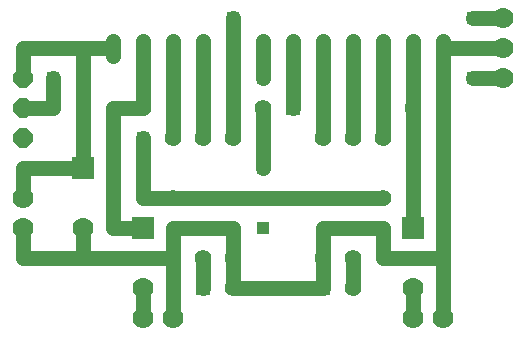
<source format=gbl>
G75*
%MOIN*%
%OFA0B0*%
%FSLAX25Y25*%
%IPPOS*%
%LPD*%
%AMOC8*
5,1,8,0,0,1.08239X$1,22.5*
%
%ADD10C,0.05543*%
%ADD11R,0.04756X0.04756*%
%ADD12R,0.07500X0.07500*%
%ADD13C,0.07000*%
%ADD14C,0.05150*%
%ADD15OC8,0.06496*%
%ADD16C,0.05000*%
%ADD17R,0.03962X0.03962*%
D10*
X0085760Y0059589D03*
X0095760Y0059589D03*
X0095760Y0049589D03*
X0125760Y0059589D03*
X0135760Y0059589D03*
X0135760Y0049589D03*
X0145760Y0079589D03*
X0145760Y0099589D03*
X0135760Y0099589D03*
X0125760Y0099589D03*
X0105760Y0109589D03*
X0095760Y0099589D03*
X0085760Y0099589D03*
X0075760Y0099589D03*
X0065760Y0109589D03*
X0075760Y0079589D03*
X0155760Y0109589D03*
D11*
X0145760Y0109589D03*
X0115760Y0109589D03*
X0075760Y0109589D03*
X0085760Y0049589D03*
X0125760Y0049589D03*
D12*
X0155760Y0069589D03*
X0065760Y0069589D03*
X0045760Y0089589D03*
D13*
X0065760Y0039589D03*
X0075760Y0039589D03*
X0065760Y0049589D03*
X0045760Y0069589D03*
X0025760Y0069589D03*
X0025760Y0079589D03*
X0155760Y0049589D03*
X0155760Y0039589D03*
X0165760Y0039589D03*
X0185760Y0119589D03*
X0185760Y0129589D03*
X0185760Y0139589D03*
D14*
X0165760Y0132163D02*
X0165760Y0127014D01*
X0155760Y0127014D02*
X0155760Y0132163D01*
X0145760Y0132163D02*
X0145760Y0127014D01*
X0135760Y0127014D02*
X0135760Y0132163D01*
X0125760Y0132163D02*
X0125760Y0127014D01*
X0115760Y0127014D02*
X0115760Y0132163D01*
X0105760Y0132163D02*
X0105760Y0127014D01*
X0095760Y0127014D02*
X0095760Y0132163D01*
X0085760Y0132163D02*
X0085760Y0127014D01*
X0075760Y0127014D02*
X0075760Y0132163D01*
X0065760Y0132163D02*
X0065760Y0127014D01*
X0055760Y0127014D02*
X0055760Y0132163D01*
D15*
X0025760Y0119589D03*
X0025760Y0109589D03*
X0025760Y0099589D03*
D16*
X0025760Y0109589D02*
X0035760Y0109589D01*
X0035760Y0119589D01*
X0025760Y0119589D02*
X0025760Y0129589D01*
X0045760Y0129589D01*
X0045760Y0099589D01*
X0045760Y0089589D01*
X0025760Y0089589D01*
X0025760Y0079589D01*
X0025760Y0069589D02*
X0025760Y0059589D01*
X0045760Y0059589D01*
X0075760Y0059589D01*
X0075760Y0039589D01*
X0065760Y0039589D02*
X0065760Y0049589D01*
X0075760Y0059589D02*
X0075760Y0069589D01*
X0095760Y0069589D01*
X0095760Y0059589D01*
X0095760Y0049589D01*
X0125760Y0049589D01*
X0125760Y0059589D01*
X0125760Y0069589D01*
X0145760Y0069589D01*
X0145760Y0059589D01*
X0165760Y0059589D01*
X0165760Y0039589D01*
X0155760Y0039589D02*
X0155760Y0049589D01*
X0165760Y0059589D02*
X0165760Y0129589D01*
X0185760Y0129589D01*
X0185760Y0139589D02*
X0175760Y0139589D01*
X0155760Y0129589D02*
X0155760Y0109589D01*
X0155760Y0069589D01*
X0145760Y0079589D02*
X0075760Y0079589D01*
X0065760Y0079589D01*
X0065760Y0099589D01*
X0075760Y0099589D02*
X0075760Y0129589D01*
X0085760Y0129589D02*
X0085760Y0099589D01*
X0095760Y0099589D02*
X0095760Y0129589D01*
X0095760Y0139589D01*
X0105760Y0129589D02*
X0105760Y0119589D01*
X0105760Y0109589D02*
X0105760Y0089589D01*
X0125760Y0099589D02*
X0125760Y0119589D01*
X0125760Y0129589D01*
X0135760Y0129589D02*
X0135760Y0099589D01*
X0145760Y0099589D02*
X0145760Y0109589D01*
X0145760Y0129589D01*
X0175760Y0119589D02*
X0185760Y0119589D01*
X0115760Y0109589D02*
X0115760Y0129589D01*
X0065760Y0129589D02*
X0065760Y0109589D01*
X0055760Y0109589D01*
X0055760Y0069589D01*
X0065760Y0069589D01*
X0045760Y0069589D02*
X0045760Y0059589D01*
X0085760Y0059589D02*
X0085760Y0049589D01*
X0135760Y0049589D02*
X0135760Y0059589D01*
X0055760Y0129589D02*
X0045760Y0129589D01*
D17*
X0035760Y0119589D03*
X0045760Y0099589D03*
X0065760Y0099589D03*
X0105760Y0089589D03*
X0105760Y0069589D03*
X0105760Y0119589D03*
X0125760Y0119589D03*
X0095760Y0139589D03*
X0175760Y0139589D03*
X0175760Y0119589D03*
M02*

</source>
